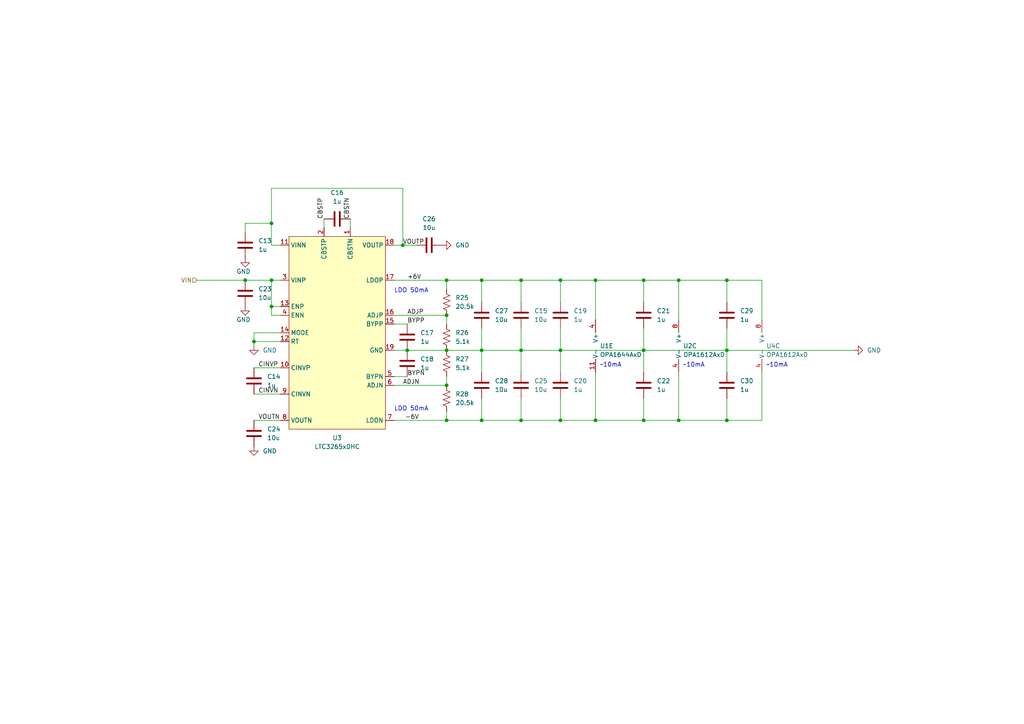
<source format=kicad_sch>
(kicad_sch (version 20211123) (generator eeschema)
  (paper "A4")
  (lib_symbols
    (symbol "Amplifier_Operational:OPA1612AxD" (pin_names (offset 0.127))
      (property "Reference" "U" (at 0 5.08 0))
      (property "Value" "OPA1612AxD" (at 0 -5.08 0))
      (symbol "OPA1612AxD_1_1"
        (polyline (pts (xy -5.08 5.08) (xy 5.08 0) (xy -5.08 -5.08) (xy -5.08 5.08)) (stroke (width 0.254)) (fill (type background)))
        (pin output line (at 7.62 0 180) (length 2.54) (name "~") (number "1"))
        (pin input line (at -7.62 -2.54 0) (length 2.54) (name "-") (number "2"))
        (pin input line (at -7.62 2.54 0) (length 2.54) (name "+") (number "3"))
      )
      (symbol "OPA1612AxD_2_1"
        (polyline (pts (xy -5.08 5.08) (xy 5.08 0) (xy -5.08 -5.08) (xy -5.08 5.08)) (stroke (width 0.254)) (fill (type background)))
        (pin input line (at -7.62 2.54 0) (length 2.54) (name "+") (number "5"))
        (pin input line (at -7.62 -2.54 0) (length 2.54) (name "-") (number "6"))
        (pin output line (at 7.62 0 180) (length 2.54) (name "~") (number "7"))
      )
      (symbol "OPA1612AxD_3_1"
        (pin power_in line (at -2.54 -7.62 90) (length 3.81) (name "V-") (number "4"))
        (pin power_in line (at -2.54 7.62 270) (length 3.81) (name "V+") (number "8"))
      )
    )
    (symbol "Device:C" (pin_numbers hide) (pin_names (offset 0.254))
      (property "Reference" "C" (at 0.635 2.54 0))
      (property "Value" "C" (at 0.635 -2.54 0))
      (symbol "C_0_1"
        (polyline (pts (xy -2.032 -0.762) (xy 2.032 -0.762)) (stroke (width 0.508)))
        (polyline (pts (xy -2.032 0.762) (xy 2.032 0.762)) (stroke (width 0.508)))
      )
      (symbol "C_1_1"
        (pin passive line (at 0 3.81 270) (length 2.794) (name "~") (number "1"))
        (pin passive line (at 0 -3.81 90) (length 2.794) (name "~") (number "2"))
      )
    )
    (symbol "Device:R_US" (pin_numbers hide) (pin_names (offset 0))
      (property "Reference" "R" (at 2.54 0 90))
      (property "Value" "R_US" (at -2.54 0 90))
      (symbol "R_US_0_1"
        (polyline (pts (xy 0 -2.286) (xy 0 -2.54)))
        (polyline (pts (xy 0 2.286) (xy 0 2.54)))
        (polyline (pts (xy 0 -0.762) (xy 1.016 -1.143) (xy 0 -1.524) (xy -1.016 -1.905) (xy 0 -2.286)))
        (polyline (pts (xy 0 0.762) (xy 1.016 0.381) (xy 0 0) (xy -1.016 -0.381) (xy 0 -0.762)))
        (polyline (pts (xy 0 2.286) (xy 1.016 1.905) (xy 0 1.524) (xy -1.016 1.143) (xy 0 0.762)))
      )
      (symbol "R_US_1_1"
        (pin passive line (at 0 3.81 270) (length 1.27) (name "~") (number "1"))
        (pin passive line (at 0 -3.81 90) (length 1.27) (name "~") (number "2"))
      )
    )
    (symbol "OPA_PHONO:LTC3265xDHC"
      (property "Reference" "U" (at 1.27 1.27 0))
      (property "Value" "LTC3265xDHC" (at 21.59 -57.15 0))
      (symbol "LTC3265xDHC_0_0"
        (pin passive line (at -2.54 -38.1 0) (length 2.54) (name "CINVP") (number "10"))
        (pin passive line (at -2.54 -2.54 0) (length 2.54) (name "VINN") (number "11"))
        (pin passive line (at -2.54 -30.48 0) (length 2.54) (name "RT") (number "12"))
        (pin passive line (at -2.54 -20.32 0) (length 2.54) (name "ENP") (number "13"))
        (pin passive line (at -2.54 -27.94 0) (length 2.54) (name "MODE") (number "14"))
        (pin passive line (at 30.48 -25.4 180) (length 2.54) (name "BYPP") (number "15"))
        (pin passive line (at 30.48 -22.86 180) (length 2.54) (name "ADJP") (number "16"))
        (pin passive line (at 30.48 -12.7 180) (length 2.54) (name "LDOP") (number "17"))
        (pin passive line (at 30.48 -2.54 180) (length 2.54) (name "VOUTP") (number "18"))
        (pin passive line (at 30.48 -33.02 180) (length 2.54) (name "GND") (number "19"))
        (pin passive line (at 10.16 2.54 270) (length 2.54) (name "CBSTP") (number "2"))
        (pin passive line (at -2.54 -12.7 0) (length 2.54) (name "VINP") (number "3"))
        (pin passive line (at -2.54 -22.86 0) (length 2.54) (name "ENN") (number "4"))
        (pin passive line (at 30.48 -40.64 180) (length 2.54) (name "BYPN") (number "5"))
        (pin passive line (at 30.48 -43.18 180) (length 2.54) (name "ADJN") (number "6"))
        (pin passive line (at 30.48 -53.34 180) (length 2.54) (name "LDON") (number "7"))
        (pin passive line (at -2.54 -53.34 0) (length 2.54) (name "VOUTN") (number "8"))
        (pin passive line (at -2.54 -45.72 0) (length 2.54) (name "CINVN") (number "9"))
      )
      (symbol "LTC3265xDHC_0_1"
        (rectangle (start 0 0) (end 27.94 -55.88) (fill (type background)))
      )
      (symbol "LTC3265xDHC_1_1"
        (pin passive line (at 17.78 2.54 270) (length 2.54) (name "CBSTN") (number "1"))
      )
    )
    (symbol "OPA_PHONO:OPA1644AxD" (pin_names (offset 0.127))
      (property "Reference" "U" (at 0 5.08 0))
      (property "Value" "OPA1644AxD" (at 0 -5.08 0))
      (symbol "OPA1644AxD_1_1"
        (polyline (pts (xy -5.08 5.08) (xy 5.08 0) (xy -5.08 -5.08) (xy -5.08 5.08)) (stroke (width 0.254)) (fill (type background)))
        (pin output line (at 7.62 0 180) (length 2.54) (name "~") (number "1"))
        (pin input line (at -7.62 -2.54 0) (length 2.54) (name "-") (number "2"))
        (pin input line (at -7.62 2.54 0) (length 2.54) (name "+") (number "3"))
      )
      (symbol "OPA1644AxD_2_1"
        (polyline (pts (xy -5.08 5.08) (xy 5.08 0) (xy -5.08 -5.08) (xy -5.08 5.08)) (stroke (width 0.254)) (fill (type background)))
        (pin input line (at -7.62 2.54 0) (length 2.54) (name "+") (number "5"))
        (pin input line (at -7.62 -2.54 0) (length 2.54) (name "-") (number "6"))
        (pin output line (at 7.62 0 180) (length 2.54) (name "~") (number "7"))
      )
      (symbol "OPA1644AxD_3_1"
        (polyline (pts (xy -5.08 5.08) (xy 5.08 0) (xy -5.08 -5.08) (xy -5.08 5.08)) (stroke (width 0.254)) (fill (type background)))
        (pin input line (at -7.62 2.54 0) (length 2.54) (name "+") (number "10"))
        (pin output line (at 7.62 0 180) (length 2.54) (name "~") (number "8"))
        (pin input line (at -7.62 -2.54 0) (length 2.54) (name "-") (number "9"))
      )
      (symbol "OPA1644AxD_4_1"
        (polyline (pts (xy -5.08 5.08) (xy 5.08 0) (xy -5.08 -5.08) (xy -5.08 5.08)) (stroke (width 0.254)) (fill (type background)))
        (pin input line (at -7.62 2.54 0) (length 2.54) (name "+") (number "12"))
        (pin input line (at -7.62 -2.54 0) (length 2.54) (name "-") (number "13"))
        (pin output line (at 7.62 0 180) (length 2.54) (name "~") (number "14"))
      )
      (symbol "OPA1644AxD_5_1"
        (pin power_in line (at -2.54 -7.62 90) (length 3.81) (name "V-") (number "11"))
        (pin power_in line (at -2.54 7.62 270) (length 3.81) (name "V+") (number "4"))
      )
    )
    (symbol "power:GND" (power) (pin_names (offset 0))
      (property "Value" "GND" (at 0 -3.81 0))
      (symbol "GND_0_1"
        (polyline (pts (xy 0 0) (xy 0 -1.27) (xy 1.27 -1.27) (xy 0 -2.54) (xy -1.27 -1.27) (xy 0 -1.27)))
      )
      (symbol "GND_1_1"
        (pin power_in line (at 0 0 270) (length 0) hide (name "GND") (number "1"))
      )
    )
  )
  (junction (at 129.54 91.44))
  (junction (at 162.56 101.6))
  (junction (at 129.54 81.28))
  (junction (at 116.84 71.12))
  (junction (at 172.72 81.28))
  (junction (at 186.69 81.28))
  (junction (at 118.11 101.6))
  (junction (at 172.72 121.92))
  (junction (at 196.85 121.92))
  (junction (at 139.7 81.28))
  (junction (at 162.56 121.92))
  (junction (at 151.13 121.92))
  (junction (at 151.13 101.6))
  (junction (at 129.54 101.6))
  (junction (at 186.69 101.6))
  (junction (at 73.66 99.06))
  (junction (at 78.74 88.9))
  (junction (at 129.54 121.92))
  (junction (at 151.13 81.28))
  (junction (at 162.56 81.28))
  (junction (at 71.12 81.28))
  (junction (at 139.7 101.6))
  (junction (at 186.69 121.92))
  (junction (at 78.74 64.77))
  (junction (at 139.7 121.92))
  (junction (at 78.74 81.28))
  (junction (at 210.82 101.6))
  (junction (at 210.82 81.28))
  (junction (at 129.54 111.76))
  (junction (at 210.82 121.92))
  (junction (at 196.85 81.28))
  (wire (pts (xy 196.85 107.95) (xy 196.85 121.92)))
  (wire (pts (xy 151.13 95.25) (xy 151.13 101.6)))
  (wire (pts (xy 78.74 91.44) (xy 78.74 88.9)))
  (wire (pts (xy 129.54 109.22) (xy 129.54 111.76)))
  (wire (pts (xy 162.56 81.28) (xy 162.56 87.63)))
  (wire (pts (xy 196.85 81.28) (xy 210.82 81.28)))
  (wire (pts (xy 162.56 81.28) (xy 172.72 81.28)))
  (wire (pts (xy 186.69 121.92) (xy 186.69 115.57)))
  (wire (pts (xy 210.82 81.28) (xy 210.82 87.63)))
  (wire (pts (xy 129.54 91.44) (xy 129.54 93.98)))
  (wire (pts (xy 73.66 121.92) (xy 81.28 121.92)))
  (wire (pts (xy 172.72 81.28) (xy 186.69 81.28)))
  (wire (pts (xy 139.7 121.92) (xy 151.13 121.92)))
  (wire (pts (xy 118.11 101.6) (xy 129.54 101.6)))
  (wire (pts (xy 151.13 121.92) (xy 162.56 121.92)))
  (wire (pts (xy 210.82 121.92) (xy 220.98 121.92)))
  (wire (pts (xy 162.56 95.25) (xy 162.56 101.6)))
  (wire (pts (xy 120.65 71.12) (xy 116.84 71.12)))
  (wire (pts (xy 186.69 81.28) (xy 196.85 81.28)))
  (wire (pts (xy 151.13 81.28) (xy 162.56 81.28)))
  (wire (pts (xy 114.3 109.22) (xy 118.11 109.22)))
  (wire (pts (xy 162.56 107.95) (xy 162.56 101.6)))
  (wire (pts (xy 139.7 101.6) (xy 151.13 101.6)))
  (wire (pts (xy 114.3 121.92) (xy 129.54 121.92)))
  (wire (pts (xy 220.98 81.28) (xy 220.98 92.71)))
  (wire (pts (xy 186.69 95.25) (xy 186.69 101.6)))
  (wire (pts (xy 151.13 107.95) (xy 151.13 101.6)))
  (wire (pts (xy 139.7 81.28) (xy 139.7 87.63)))
  (wire (pts (xy 139.7 107.95) (xy 139.7 101.6)))
  (wire (pts (xy 78.74 88.9) (xy 81.28 88.9)))
  (wire (pts (xy 186.69 121.92) (xy 196.85 121.92)))
  (wire (pts (xy 78.74 54.61) (xy 78.74 64.77)))
  (wire (pts (xy 186.69 101.6) (xy 210.82 101.6)))
  (wire (pts (xy 172.72 81.28) (xy 172.72 92.71)))
  (wire (pts (xy 196.85 81.28) (xy 196.85 92.71)))
  (wire (pts (xy 186.69 107.95) (xy 186.69 101.6)))
  (wire (pts (xy 220.98 107.95) (xy 220.98 121.92)))
  (wire (pts (xy 78.74 81.28) (xy 81.28 81.28)))
  (wire (pts (xy 210.82 121.92) (xy 210.82 115.57)))
  (wire (pts (xy 162.56 121.92) (xy 172.72 121.92)))
  (wire (pts (xy 210.82 107.95) (xy 210.82 101.6)))
  (wire (pts (xy 196.85 121.92) (xy 210.82 121.92)))
  (wire (pts (xy 78.74 64.77) (xy 78.74 71.12)))
  (wire (pts (xy 139.7 81.28) (xy 151.13 81.28)))
  (wire (pts (xy 151.13 101.6) (xy 162.56 101.6)))
  (wire (pts (xy 118.11 101.6) (xy 114.3 101.6)))
  (wire (pts (xy 172.72 121.92) (xy 186.69 121.92)))
  (wire (pts (xy 151.13 81.28) (xy 151.13 87.63)))
  (wire (pts (xy 73.66 96.52) (xy 73.66 99.06)))
  (wire (pts (xy 139.7 121.92) (xy 139.7 115.57)))
  (wire (pts (xy 73.66 114.3) (xy 81.28 114.3)))
  (wire (pts (xy 129.54 101.6) (xy 139.7 101.6)))
  (wire (pts (xy 78.74 88.9) (xy 78.74 81.28)))
  (wire (pts (xy 129.54 121.92) (xy 139.7 121.92)))
  (wire (pts (xy 116.84 71.12) (xy 114.3 71.12)))
  (wire (pts (xy 81.28 99.06) (xy 73.66 99.06)))
  (wire (pts (xy 151.13 121.92) (xy 151.13 115.57)))
  (wire (pts (xy 186.69 81.28) (xy 186.69 87.63)))
  (wire (pts (xy 81.28 96.52) (xy 73.66 96.52)))
  (wire (pts (xy 57.15 81.28) (xy 71.12 81.28)))
  (wire (pts (xy 116.84 54.61) (xy 78.74 54.61)))
  (wire (pts (xy 116.84 54.61) (xy 116.84 71.12)))
  (wire (pts (xy 114.3 81.28) (xy 129.54 81.28)))
  (wire (pts (xy 114.3 91.44) (xy 129.54 91.44)))
  (wire (pts (xy 162.56 101.6) (xy 186.69 101.6)))
  (wire (pts (xy 129.54 83.82) (xy 129.54 81.28)))
  (wire (pts (xy 78.74 71.12) (xy 81.28 71.12)))
  (wire (pts (xy 210.82 81.28) (xy 220.98 81.28)))
  (wire (pts (xy 129.54 81.28) (xy 139.7 81.28)))
  (wire (pts (xy 114.3 111.76) (xy 129.54 111.76)))
  (wire (pts (xy 101.6 63.5) (xy 101.6 66.04)))
  (wire (pts (xy 162.56 121.92) (xy 162.56 115.57)))
  (wire (pts (xy 73.66 99.06) (xy 73.66 100.33)))
  (wire (pts (xy 210.82 101.6) (xy 247.65 101.6)))
  (wire (pts (xy 93.98 63.5) (xy 93.98 66.04)))
  (wire (pts (xy 71.12 64.77) (xy 78.74 64.77)))
  (wire (pts (xy 71.12 67.31) (xy 71.12 64.77)))
  (wire (pts (xy 81.28 91.44) (xy 78.74 91.44)))
  (wire (pts (xy 139.7 95.25) (xy 139.7 101.6)))
  (wire (pts (xy 129.54 119.38) (xy 129.54 121.92)))
  (wire (pts (xy 172.72 107.95) (xy 172.72 121.92)))
  (wire (pts (xy 210.82 95.25) (xy 210.82 101.6)))
  (wire (pts (xy 73.66 106.68) (xy 81.28 106.68)))
  (wire (pts (xy 71.12 81.28) (xy 78.74 81.28)))
  (wire (pts (xy 118.11 93.98) (xy 114.3 93.98)))
  (text "~10mA" (at 222.25 106.68 0) (effects (font (size 1.27 1.27)) (justify left bottom)))
  (text "~10mA" (at 173.99 106.68 0) (effects (font (size 1.27 1.27)) (justify left bottom)))
  (text "LDO 50mA" (at 114.3 119.38 0) (effects (font (size 1.27 1.27)) (justify left bottom)))
  (text "LDO 50mA\n" (at 114.3 85.09 0) (effects (font (size 1.27 1.27)) (justify left bottom)))
  (text "~10mA" (at 198.12 106.68 0) (effects (font (size 1.27 1.27)) (justify left bottom)))
  (label "VOUTP" (at 116.84 71.12 0))
  (label "-6V" (at 117.475 121.92 0))
  (label "CINVP" (at 74.93 106.68 0))
  (label "ADJN" (at 116.84 111.76 0))
  (label "BYPP" (at 118.11 93.98 0))
  (label "CBSTN" (at 101.6 63.5 90))
  (label "CBSTP" (at 93.98 63.5 90))
  (label "ADJP" (at 118.11 91.44 0))
  (label "VOUTN" (at 74.93 121.92 0))
  (label "CINVN" (at 74.93 114.3 0))
  (label "+6V" (at 118.11 81.28 0))
  (label "BYPN" (at 118.11 109.22 0))
  (hierarchical_label "VIN" (shape input) (at 57.15 81.28 180))
  (symbol (lib_id "Device:C") (at 162.56 91.44 180) (unit 1)
    (property "Reference" "C19" (at 166.37 90.1699 0) (effects (justify right)))
    (property "Value" "1u" (at 166.37 92.7099 0) (effects (justify right)))
    (property "Footprint" "Capacitor_SMD:C_0402_1005Metric" (effects hide))
    (property "Description" "CAP CER 1UF 25V X5R 0402" (effects hide))
    (property "MPN" "GRM155R61E105KA12D" (effects hide))
    (property "Manufacturer" "Murata Electronics" (effects hide))
    (property "Rating" "25V" (effects hide))
    (property "Size" "0402" (effects hide))
    (property "Tolerance" "X5R" (effects hide))
  )
  (symbol (lib_id "Device:R_US") (at 129.54 97.79 0) (unit 1)
    (property "Reference" "R26" (at 132.08 96.5199 0) (effects (justify left)))
    (property "Value" "5.1k" (at 132.08 99.0599 0) (effects (justify left)))
    (property "Footprint" "Resistor_SMD:R_0402_1005Metric" (effects hide))
    (property "Datasheet" "RES SMD 5.1K OHM 1% 1/16W 0402" (effects hide))
    (property "Description" "RES SMD 5.1K OHM 1% 1/16W 0402" (effects hide))
    (property "MPN" "RC0402FR-075K1L" (effects hide))
    (property "Manufacturer" "YAGEO" (effects hide))
    (property "Size" "0402" (effects hide))
    (property "Tolerance" "1%" (effects hide))
  )
  (symbol (lib_id "power:GND") (at 247.65 101.6 90) (unit 1)
    (property "Reference" "#PWR01" (effects hide))
    (property "Value" "GND" (at 251.46 101.5999 90) (effects (justify right)))
  )
  (symbol (lib_id "Device:R_US") (at 129.54 105.41 0) (unit 1)
    (property "Reference" "R27" (at 132.08 104.1399 0) (effects (justify left)))
    (property "Value" "5.1k" (at 132.08 106.6799 0) (effects (justify left)))
    (property "Footprint" "Resistor_SMD:R_0402_1005Metric" (effects hide))
    (property "Datasheet" "RES SMD 5.1K OHM 1% 1/16W 0402" (effects hide))
    (property "Description" "RES SMD 5.1K OHM 1% 1/16W 0402" (effects hide))
    (property "MPN" "RC0402FR-075K1L" (effects hide))
    (property "Manufacturer" "YAGEO" (effects hide))
    (property "Size" "0402" (effects hide))
    (property "Tolerance" "1%" (effects hide))
  )
  (symbol (lib_id "Device:C") (at 71.12 71.12 180) (unit 1)
    (property "Reference" "C13" (at 74.93 69.8499 0) (effects (justify right)))
    (property "Value" "1u" (at 74.93 72.3899 0) (effects (justify right)))
    (property "Footprint" "Capacitor_SMD:C_0402_1005Metric" (effects hide))
    (property "Description" "CAP CER 1UF 25V X5R 0402" (effects hide))
    (property "MPN" "GRM155R61E105KA12D" (effects hide))
    (property "Manufacturer" "Murata Electronics" (effects hide))
    (property "Rating" "25V" (effects hide))
    (property "Size" "0402" (effects hide))
    (property "Tolerance" "X5R" (effects hide))
  )
  (symbol (lib_id "Device:C") (at 124.46 71.12 270) (unit 1)
    (property "Reference" "C26" (at 124.46 63.5 90))
    (property "Value" "10u" (at 124.46 66.04 90))
    (property "Footprint" "Capacitor_SMD:C_0805_2012Metric" (effects hide))
    (property "Description" "CAP CER 10UF 16V X5R 0805" (effects hide))
    (property "MPN" "GRM21BR61C106KE15L" (effects hide))
    (property "Manufacturer" "Murata Electronics" (effects hide))
    (property "Rating" "16V" (effects hide))
    (property "Size" "0805" (effects hide))
    (property "Tolerance" "X5R" (effects hide))
  )
  (symbol (lib_id "Device:C") (at 139.7 111.76 180) (unit 1)
    (property "Reference" "C28" (at 143.51 110.4899 0) (effects (justify right)))
    (property "Value" "10u" (at 143.51 113.0299 0) (effects (justify right)))
    (property "Footprint" "Capacitor_SMD:C_0805_2012Metric" (effects hide))
    (property "Description" "CAP CER 10UF 16V X5R 0805" (effects hide))
    (property "MPN" "GRM21BR61C106KE15L" (effects hide))
    (property "Manufacturer" "Murata Electronics" (effects hide))
    (property "Rating" "16V" (effects hide))
    (property "Size" "0805" (effects hide))
    (property "Tolerance" "X5R" (effects hide))
  )
  (symbol (lib_id "Device:C") (at 97.79 63.5 90) (unit 1)
    (property "Reference" "C16" (at 97.79 55.88 90))
    (property "Value" "1u" (at 97.79 58.42 90))
    (property "Footprint" "Capacitor_SMD:C_0402_1005Metric" (effects hide))
    (property "Description" "CAP CER 1UF 25V X5R 0402" (effects hide))
    (property "MPN" "GRM155R61E105KA12D" (effects hide))
    (property "Manufacturer" "Murata Electronics" (effects hide))
    (property "Rating" "25V" (effects hide))
    (property "Size" "0402" (effects hide))
    (property "Tolerance" "X5R" (effects hide))
  )
  (symbol (lib_id "Device:C") (at 139.7 91.44 180) (unit 1)
    (property "Reference" "C27" (at 143.51 90.1699 0) (effects (justify right)))
    (property "Value" "10u" (at 143.51 92.7099 0) (effects (justify right)))
    (property "Footprint" "Capacitor_SMD:C_0805_2012Metric" (effects hide))
    (property "Description" "CAP CER 10UF 16V X5R 0805" (effects hide))
    (property "MPN" "GRM21BR61C106KE15L" (effects hide))
    (property "Manufacturer" "Murata Electronics" (effects hide))
    (property "Rating" "16V" (effects hide))
    (property "Size" "0805" (effects hide))
    (property "Tolerance" "X5R" (effects hide))
  )
  (symbol (lib_id "OPA_PHONO:OPA1644AxD") (at 175.26 100.33 0) (unit 5)
    (property "Reference" "U1" (at 173.99 100.33 0) (effects (justify left)))
    (property "Value" "OPA1644AxD" (at 173.99 102.87 0) (effects (justify left)))
    (property "Footprint" "Package_SO:SOIC-14_3.9x8.7mm_P1.27mm" (effects hide))
    (property "Datasheet" "https://www.ti.com/lit/ds/symlink/opa1642.pdf" (effects hide))
    (property "Description" "IC AUDIO 4 CIRCUIT 14SOIC" (effects hide))
    (property "MPN" "OPA1644AID" (effects hide))
    (property "Manufacturer" "Texas Instruments" (effects hide))
  )
  (symbol (lib_id "power:GND") (at 71.12 88.9 0) (unit 1)
    (property "Reference" "#PWR021" (effects hide))
    (property "Value" "GND" (at 68.58 92.71 0) (effects (justify left)))
  )
  (symbol (lib_id "Device:C") (at 118.11 105.41 180) (unit 1)
    (property "Reference" "C18" (at 121.92 104.1399 0) (effects (justify right)))
    (property "Value" "1u" (at 121.92 106.6799 0) (effects (justify right)))
    (property "Footprint" "Capacitor_SMD:C_0402_1005Metric" (effects hide))
    (property "Description" "CAP CER 1UF 25V X5R 0402" (effects hide))
    (property "MPN" "GRM155R61E105KA12D" (effects hide))
    (property "Manufacturer" "Murata Electronics" (effects hide))
    (property "Rating" "25V" (effects hide))
    (property "Size" "0402" (effects hide))
    (property "Tolerance" "X5R" (effects hide))
  )
  (symbol (lib_id "Device:C") (at 151.13 91.44 180) (unit 1)
    (property "Reference" "C15" (at 154.94 90.1699 0) (effects (justify right)))
    (property "Value" "10u" (at 154.94 92.7099 0) (effects (justify right)))
    (property "Footprint" "Capacitor_SMD:C_0805_2012Metric" (effects hide))
    (property "Description" "CAP CER 10UF 16V X5R 0805" (effects hide))
    (property "MPN" "GRM21BR61C106KE15L" (effects hide))
    (property "Manufacturer" "Murata Electronics" (effects hide))
    (property "Rating" "16V" (effects hide))
    (property "Size" "0805" (effects hide))
    (property "Tolerance" "X5R" (effects hide))
  )
  (symbol (lib_id "power:GND") (at 71.12 74.93 0) (unit 1)
    (property "Reference" "#PWR029" (effects hide))
    (property "Value" "GND" (at 68.58 78.74 0) (effects (justify left)))
  )
  (symbol (lib_id "Device:C") (at 73.66 125.73 180) (unit 1)
    (property "Reference" "C24" (at 77.47 124.4599 0) (effects (justify right)))
    (property "Value" "10u" (at 77.47 126.9999 0) (effects (justify right)))
    (property "Footprint" "Capacitor_SMD:C_0805_2012Metric" (effects hide))
    (property "Description" "CAP CER 10UF 16V X5R 0805" (effects hide))
    (property "MPN" "GRM21BR61C106KE15L" (effects hide))
    (property "Manufacturer" "Murata Electronics" (effects hide))
    (property "Rating" "16V" (effects hide))
    (property "Size" "0805" (effects hide))
    (property "Tolerance" "X5R" (effects hide))
  )
  (symbol (lib_id "Device:C") (at 186.69 111.76 180) (unit 1)
    (property "Reference" "C22" (at 190.5 110.4899 0) (effects (justify right)))
    (property "Value" "1u" (at 190.5 113.0299 0) (effects (justify right)))
    (property "Footprint" "Capacitor_SMD:C_0402_1005Metric" (effects hide))
    (property "Description" "CAP CER 1UF 25V X5R 0402" (effects hide))
    (property "MPN" "GRM155R61E105KA12D" (effects hide))
    (property "Manufacturer" "Murata Electronics" (effects hide))
    (property "Rating" "25V" (effects hide))
    (property "Size" "0402" (effects hide))
    (property "Tolerance" "X5R" (effects hide))
  )
  (symbol (lib_id "Device:C") (at 162.56 111.76 180) (unit 1)
    (property "Reference" "C20" (at 166.37 110.4899 0) (effects (justify right)))
    (property "Value" "1u" (at 166.37 113.0299 0) (effects (justify right)))
    (property "Footprint" "Capacitor_SMD:C_0402_1005Metric" (effects hide))
    (property "Description" "CAP CER 1UF 25V X5R 0402" (effects hide))
    (property "MPN" "GRM155R61E105KA12D" (effects hide))
    (property "Manufacturer" "Murata Electronics" (effects hide))
    (property "Rating" "25V" (effects hide))
    (property "Size" "0402" (effects hide))
    (property "Tolerance" "X5R" (effects hide))
  )
  (symbol (lib_id "OPA_PHONO:LTC3265xDHC") (at 83.82 68.58 0) (unit 1)
    (property "Reference" "U3" (at 97.79 127 0))
    (property "Value" "LTC3265xDHC" (at 97.79 129.54 0))
    (property "Footprint" "Package_DFN_QFN:DFN-18-1EP_3x5mm_P0.5mm_EP1.66x4.4mm" (effects hide))
    (property "Datasheet" "https://www.analog.com/media/en/technical-documentation/data-sheets/3265fa.pdf" (effects hide))
    (property "Description" "IC REG CHARGE PUMP INV 18DFN" (effects hide))
    (property "MPN" "LTC3265EDHC#TRPBF" (effects hide))
    (property "Manufacturer" "Analog Devices Inc." (effects hide))
  )
  (symbol (lib_id "Device:C") (at 210.82 111.76 180) (unit 1)
    (property "Reference" "C30" (at 214.63 110.4899 0) (effects (justify right)))
    (property "Value" "1u" (at 214.63 113.0299 0) (effects (justify right)))
    (property "Footprint" "Capacitor_SMD:C_0402_1005Metric" (effects hide))
    (property "Description" "CAP CER 1UF 25V X5R 0402" (effects hide))
    (property "MPN" "GRM155R61E105KA12D" (effects hide))
    (property "Manufacturer" "Murata Electronics" (effects hide))
    (property "Rating" "25V" (effects hide))
    (property "Size" "0402" (effects hide))
    (property "Tolerance" "X5R" (effects hide))
  )
  (symbol (lib_id "Device:R_US") (at 129.54 115.57 0) (unit 1)
    (property "Reference" "R28" (at 132.08 114.2999 0) (effects (justify left)))
    (property "Value" "20.5k" (at 132.08 116.8399 0) (effects (justify left)))
    (property "Footprint" "Resistor_SMD:R_0402_1005Metric" (effects hide))
    (property "Description" "RES 20.5K OHM 1% 1/16W 0402" (effects hide))
    (property "MPN" "RC0402FR-0720K5L" (effects hide))
    (property "Manufacturer" "YAGEO" (effects hide))
    (property "Size" "0402" (effects hide))
    (property "Tolerance" "1%" (effects hide))
  )
  (symbol (lib_id "power:GND") (at 128.27 71.12 90) (unit 1)
    (property "Reference" "#PWR025" (effects hide))
    (property "Value" "GND" (at 132.08 71.1199 90) (effects (justify right)))
  )
  (symbol (lib_id "power:GND") (at 73.66 129.54 0) (unit 1)
    (property "Reference" "#PWR024" (effects hide))
    (property "Value" "GND" (at 76.2 130.8099 0) (effects (justify left)))
  )
  (symbol (lib_id "Device:R_US") (at 129.54 87.63 0) (unit 1)
    (property "Reference" "R25" (at 132.08 86.3599 0) (effects (justify left)))
    (property "Value" "20.5k" (at 132.08 88.8999 0) (effects (justify left)))
    (property "Footprint" "Resistor_SMD:R_0402_1005Metric" (effects hide))
    (property "Description" "RES 20.5K OHM 1% 1/16W 0402" (effects hide))
    (property "MPN" "RC0402FR-0720K5L" (effects hide))
    (property "Manufacturer" "YAGEO" (effects hide))
    (property "Size" "0402" (effects hide))
    (property "Tolerance" "1%" (effects hide))
  )
  (symbol (lib_id "Device:C") (at 186.69 91.44 180) (unit 1)
    (property "Reference" "C21" (at 190.5 90.1699 0) (effects (justify right)))
    (property "Value" "1u" (at 190.5 92.7099 0) (effects (justify right)))
    (property "Footprint" "Capacitor_SMD:C_0402_1005Metric" (effects hide))
    (property "Description" "CAP CER 1UF 25V X5R 0402" (effects hide))
    (property "MPN" "GRM155R61E105KA12D" (effects hide))
    (property "Manufacturer" "Murata Electronics" (effects hide))
    (property "Rating" "25V" (effects hide))
    (property "Size" "0402" (effects hide))
    (property "Tolerance" "X5R" (effects hide))
  )
  (symbol (lib_id "Device:C") (at 73.66 110.49 180) (unit 1)
    (property "Reference" "C14" (at 77.47 109.2199 0) (effects (justify right)))
    (property "Value" "1u" (at 77.47 111.7599 0) (effects (justify right)))
    (property "Footprint" "Capacitor_SMD:C_0402_1005Metric" (effects hide))
    (property "Description" "CAP CER 1UF 25V X5R 0402" (effects hide))
    (property "MPN" "GRM155R61E105KA12D" (effects hide))
    (property "Manufacturer" "Murata Electronics" (effects hide))
    (property "Rating" "25V" (effects hide))
    (property "Size" "0402" (effects hide))
    (property "Tolerance" "X5R" (effects hide))
  )
  (symbol (lib_id "Amplifier_Operational:OPA1612AxD") (at 223.52 100.33 0) (unit 3)
    (property "Reference" "U4" (at 222.25 100.33 0) (effects (justify left)))
    (property "Value" "OPA1612AxD" (at 222.25 102.87 0) (effects (justify left)))
    (property "Footprint" "Package_SO:SOIC-8_3.9x4.9mm_P1.27mm" (effects hide))
    (property "Datasheet" "http://www.ti.com/lit/ds/symlink/opa1612.pdf" (effects hide))
    (property "Description" "IC AUDIO 2 CIRCUIT 8SOIC" (effects hide))
    (property "MPN" "OPA1612AID" (effects hide))
    (property "Manufacturer" "Texas Instruments" (effects hide))
  )
  (symbol (lib_id "Amplifier_Operational:OPA1612AxD") (at 199.39 100.33 0) (unit 3)
    (property "Reference" "U2" (at 198.12 100.33 0) (effects (justify left)))
    (property "Value" "OPA1612AxD" (at 198.12 102.87 0) (effects (justify left)))
    (property "Footprint" "Package_SO:SOIC-8_3.9x4.9mm_P1.27mm" (effects hide))
    (property "Datasheet" "http://www.ti.com/lit/ds/symlink/opa1612.pdf" (effects hide))
    (property "Description" "IC AUDIO 2 CIRCUIT 8SOIC" (effects hide))
    (property "MPN" "OPA1612AID" (effects hide))
    (property "Manufacturer" "Texas Instruments" (effects hide))
  )
  (symbol (lib_id "Device:C") (at 118.11 97.79 180) (unit 1)
    (property "Reference" "C17" (at 121.92 96.5199 0) (effects (justify right)))
    (property "Value" "1u" (at 121.92 99.0599 0) (effects (justify right)))
    (property "Footprint" "Capacitor_SMD:C_0402_1005Metric" (effects hide))
    (property "Description" "CAP CER 1UF 25V X5R 0402" (effects hide))
    (property "MPN" "GRM155R61E105KA12D" (effects hide))
    (property "Manufacturer" "Murata Electronics" (effects hide))
    (property "Rating" "25V" (effects hide))
    (property "Size" "0402" (effects hide))
    (property "Tolerance" "X5R" (effects hide))
  )
  (symbol (lib_id "Device:C") (at 71.12 85.09 180) (unit 1)
    (property "Reference" "C23" (at 74.93 83.8199 0) (effects (justify right)))
    (property "Value" "10u" (at 74.93 86.3599 0) (effects (justify right)))
    (property "Footprint" "Capacitor_SMD:C_0805_2012Metric" (effects hide))
    (property "Description" "CAP CER 10UF 16V X5R 0805" (effects hide))
    (property "MPN" "GRM21BR61C106KE15L" (effects hide))
    (property "Manufacturer" "Murata Electronics" (effects hide))
    (property "Rating" "16V" (effects hide))
    (property "Size" "0805" (effects hide))
    (property "Tolerance" "X5R" (effects hide))
  )
  (symbol (lib_id "Device:C") (at 210.82 91.44 180) (unit 1)
    (property "Reference" "C29" (at 214.63 90.1699 0) (effects (justify right)))
    (property "Value" "1u" (at 214.63 92.7099 0) (effects (justify right)))
    (property "Footprint" "Capacitor_SMD:C_0402_1005Metric" (effects hide))
    (property "Description" "CAP CER 1UF 25V X5R 0402" (effects hide))
    (property "MPN" "GRM155R61E105KA12D" (effects hide))
    (property "Manufacturer" "Murata Electronics" (effects hide))
    (property "Rating" "25V" (effects hide))
    (property "Size" "0402" (effects hide))
    (property "Tolerance" "X5R" (effects hide))
  )
  (symbol (lib_id "Device:C") (at 151.13 111.76 180) (unit 1)
    (property "Reference" "C25" (at 154.94 110.4899 0) (effects (justify right)))
    (property "Value" "10u" (at 154.94 113.0299 0) (effects (justify right)))
    (property "Footprint" "Capacitor_SMD:C_0805_2012Metric" (effects hide))
    (property "Description" "CAP CER 10UF 16V X5R 0805" (effects hide))
    (property "MPN" "GRM21BR61C106KE15L" (effects hide))
    (property "Manufacturer" "Murata Electronics" (effects hide))
    (property "Rating" "16V" (effects hide))
    (property "Size" "0805" (effects hide))
    (property "Tolerance" "X5R" (effects hide))
  )
  (symbol (lib_id "power:GND") (at 73.66 100.33 0) (unit 1)
    (property "Reference" "#PWR023" (effects hide))
    (property "Value" "GND" (at 76.2 101.5999 0) (effects (justify left)))
  )
)
</source>
